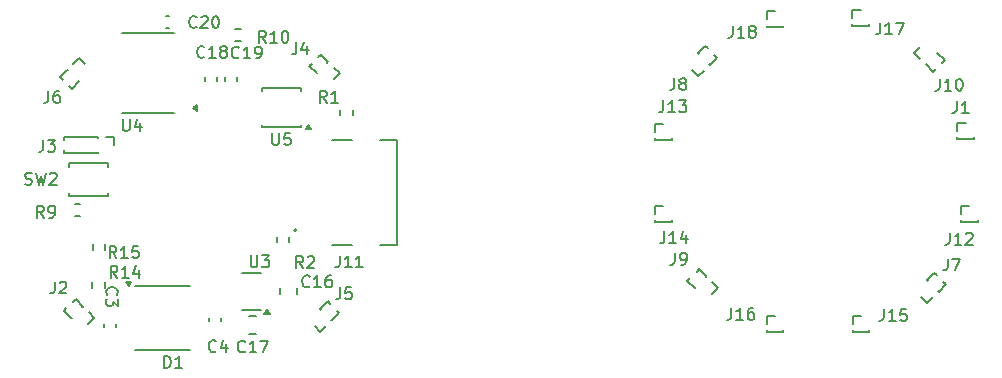
<source format=gbr>
%TF.GenerationSoftware,KiCad,Pcbnew,8.0.0*%
%TF.CreationDate,2024-05-16T16:07:08+03:00*%
%TF.ProjectId,pressure_sensor,70726573-7375-4726-955f-73656e736f72,rev?*%
%TF.SameCoordinates,Original*%
%TF.FileFunction,Legend,Top*%
%TF.FilePolarity,Positive*%
%FSLAX46Y46*%
G04 Gerber Fmt 4.6, Leading zero omitted, Abs format (unit mm)*
G04 Created by KiCad (PCBNEW 8.0.0) date 2024-05-16 16:07:08*
%MOMM*%
%LPD*%
G01*
G04 APERTURE LIST*
%ADD10C,0.200000*%
G04 APERTURE END LIST*
D10*
X233215476Y-83502219D02*
X233215476Y-84216504D01*
X233215476Y-84216504D02*
X233167857Y-84359361D01*
X233167857Y-84359361D02*
X233072619Y-84454600D01*
X233072619Y-84454600D02*
X232929762Y-84502219D01*
X232929762Y-84502219D02*
X232834524Y-84502219D01*
X234215476Y-84502219D02*
X233644048Y-84502219D01*
X233929762Y-84502219D02*
X233929762Y-83502219D01*
X233929762Y-83502219D02*
X233834524Y-83645076D01*
X233834524Y-83645076D02*
X233739286Y-83740314D01*
X233739286Y-83740314D02*
X233644048Y-83787933D01*
X234596429Y-83597457D02*
X234644048Y-83549838D01*
X234644048Y-83549838D02*
X234739286Y-83502219D01*
X234739286Y-83502219D02*
X234977381Y-83502219D01*
X234977381Y-83502219D02*
X235072619Y-83549838D01*
X235072619Y-83549838D02*
X235120238Y-83597457D01*
X235120238Y-83597457D02*
X235167857Y-83692695D01*
X235167857Y-83692695D02*
X235167857Y-83787933D01*
X235167857Y-83787933D02*
X235120238Y-83930790D01*
X235120238Y-83930790D02*
X234548810Y-84502219D01*
X234548810Y-84502219D02*
X235167857Y-84502219D01*
X232365476Y-70452219D02*
X232365476Y-71166504D01*
X232365476Y-71166504D02*
X232317857Y-71309361D01*
X232317857Y-71309361D02*
X232222619Y-71404600D01*
X232222619Y-71404600D02*
X232079762Y-71452219D01*
X232079762Y-71452219D02*
X231984524Y-71452219D01*
X233365476Y-71452219D02*
X232794048Y-71452219D01*
X233079762Y-71452219D02*
X233079762Y-70452219D01*
X233079762Y-70452219D02*
X232984524Y-70595076D01*
X232984524Y-70595076D02*
X232889286Y-70690314D01*
X232889286Y-70690314D02*
X232794048Y-70737933D01*
X233984524Y-70452219D02*
X234079762Y-70452219D01*
X234079762Y-70452219D02*
X234175000Y-70499838D01*
X234175000Y-70499838D02*
X234222619Y-70547457D01*
X234222619Y-70547457D02*
X234270238Y-70642695D01*
X234270238Y-70642695D02*
X234317857Y-70833171D01*
X234317857Y-70833171D02*
X234317857Y-71071266D01*
X234317857Y-71071266D02*
X234270238Y-71261742D01*
X234270238Y-71261742D02*
X234222619Y-71356980D01*
X234222619Y-71356980D02*
X234175000Y-71404600D01*
X234175000Y-71404600D02*
X234079762Y-71452219D01*
X234079762Y-71452219D02*
X233984524Y-71452219D01*
X233984524Y-71452219D02*
X233889286Y-71404600D01*
X233889286Y-71404600D02*
X233841667Y-71356980D01*
X233841667Y-71356980D02*
X233794048Y-71261742D01*
X233794048Y-71261742D02*
X233746429Y-71071266D01*
X233746429Y-71071266D02*
X233746429Y-70833171D01*
X233746429Y-70833171D02*
X233794048Y-70642695D01*
X233794048Y-70642695D02*
X233841667Y-70547457D01*
X233841667Y-70547457D02*
X233889286Y-70499838D01*
X233889286Y-70499838D02*
X233984524Y-70452219D01*
X166711905Y-94927219D02*
X166711905Y-93927219D01*
X166711905Y-93927219D02*
X166950000Y-93927219D01*
X166950000Y-93927219D02*
X167092857Y-93974838D01*
X167092857Y-93974838D02*
X167188095Y-94070076D01*
X167188095Y-94070076D02*
X167235714Y-94165314D01*
X167235714Y-94165314D02*
X167283333Y-94355790D01*
X167283333Y-94355790D02*
X167283333Y-94498647D01*
X167283333Y-94498647D02*
X167235714Y-94689123D01*
X167235714Y-94689123D02*
X167188095Y-94784361D01*
X167188095Y-94784361D02*
X167092857Y-94879600D01*
X167092857Y-94879600D02*
X166950000Y-94927219D01*
X166950000Y-94927219D02*
X166711905Y-94927219D01*
X168235714Y-94927219D02*
X167664286Y-94927219D01*
X167950000Y-94927219D02*
X167950000Y-93927219D01*
X167950000Y-93927219D02*
X167854762Y-94070076D01*
X167854762Y-94070076D02*
X167759524Y-94165314D01*
X167759524Y-94165314D02*
X167664286Y-94212933D01*
X173057142Y-68631980D02*
X173009523Y-68679600D01*
X173009523Y-68679600D02*
X172866666Y-68727219D01*
X172866666Y-68727219D02*
X172771428Y-68727219D01*
X172771428Y-68727219D02*
X172628571Y-68679600D01*
X172628571Y-68679600D02*
X172533333Y-68584361D01*
X172533333Y-68584361D02*
X172485714Y-68489123D01*
X172485714Y-68489123D02*
X172438095Y-68298647D01*
X172438095Y-68298647D02*
X172438095Y-68155790D01*
X172438095Y-68155790D02*
X172485714Y-67965314D01*
X172485714Y-67965314D02*
X172533333Y-67870076D01*
X172533333Y-67870076D02*
X172628571Y-67774838D01*
X172628571Y-67774838D02*
X172771428Y-67727219D01*
X172771428Y-67727219D02*
X172866666Y-67727219D01*
X172866666Y-67727219D02*
X173009523Y-67774838D01*
X173009523Y-67774838D02*
X173057142Y-67822457D01*
X174009523Y-68727219D02*
X173438095Y-68727219D01*
X173723809Y-68727219D02*
X173723809Y-67727219D01*
X173723809Y-67727219D02*
X173628571Y-67870076D01*
X173628571Y-67870076D02*
X173533333Y-67965314D01*
X173533333Y-67965314D02*
X173438095Y-68012933D01*
X174485714Y-68727219D02*
X174676190Y-68727219D01*
X174676190Y-68727219D02*
X174771428Y-68679600D01*
X174771428Y-68679600D02*
X174819047Y-68631980D01*
X174819047Y-68631980D02*
X174914285Y-68489123D01*
X174914285Y-68489123D02*
X174961904Y-68298647D01*
X174961904Y-68298647D02*
X174961904Y-67917695D01*
X174961904Y-67917695D02*
X174914285Y-67822457D01*
X174914285Y-67822457D02*
X174866666Y-67774838D01*
X174866666Y-67774838D02*
X174771428Y-67727219D01*
X174771428Y-67727219D02*
X174580952Y-67727219D01*
X174580952Y-67727219D02*
X174485714Y-67774838D01*
X174485714Y-67774838D02*
X174438095Y-67822457D01*
X174438095Y-67822457D02*
X174390476Y-67917695D01*
X174390476Y-67917695D02*
X174390476Y-68155790D01*
X174390476Y-68155790D02*
X174438095Y-68251028D01*
X174438095Y-68251028D02*
X174485714Y-68298647D01*
X174485714Y-68298647D02*
X174580952Y-68346266D01*
X174580952Y-68346266D02*
X174771428Y-68346266D01*
X174771428Y-68346266D02*
X174866666Y-68298647D01*
X174866666Y-68298647D02*
X174914285Y-68251028D01*
X174914285Y-68251028D02*
X174961904Y-68155790D01*
X157441666Y-87627219D02*
X157441666Y-88341504D01*
X157441666Y-88341504D02*
X157394047Y-88484361D01*
X157394047Y-88484361D02*
X157298809Y-88579600D01*
X157298809Y-88579600D02*
X157155952Y-88627219D01*
X157155952Y-88627219D02*
X157060714Y-88627219D01*
X157870238Y-87722457D02*
X157917857Y-87674838D01*
X157917857Y-87674838D02*
X158013095Y-87627219D01*
X158013095Y-87627219D02*
X158251190Y-87627219D01*
X158251190Y-87627219D02*
X158346428Y-87674838D01*
X158346428Y-87674838D02*
X158394047Y-87722457D01*
X158394047Y-87722457D02*
X158441666Y-87817695D01*
X158441666Y-87817695D02*
X158441666Y-87912933D01*
X158441666Y-87912933D02*
X158394047Y-88055790D01*
X158394047Y-88055790D02*
X157822619Y-88627219D01*
X157822619Y-88627219D02*
X158441666Y-88627219D01*
X163213095Y-73877219D02*
X163213095Y-74686742D01*
X163213095Y-74686742D02*
X163260714Y-74781980D01*
X163260714Y-74781980D02*
X163308333Y-74829600D01*
X163308333Y-74829600D02*
X163403571Y-74877219D01*
X163403571Y-74877219D02*
X163594047Y-74877219D01*
X163594047Y-74877219D02*
X163689285Y-74829600D01*
X163689285Y-74829600D02*
X163736904Y-74781980D01*
X163736904Y-74781980D02*
X163784523Y-74686742D01*
X163784523Y-74686742D02*
X163784523Y-73877219D01*
X164689285Y-74210552D02*
X164689285Y-74877219D01*
X164451190Y-73829600D02*
X164213095Y-74543885D01*
X164213095Y-74543885D02*
X164832142Y-74543885D01*
X173582142Y-93531980D02*
X173534523Y-93579600D01*
X173534523Y-93579600D02*
X173391666Y-93627219D01*
X173391666Y-93627219D02*
X173296428Y-93627219D01*
X173296428Y-93627219D02*
X173153571Y-93579600D01*
X173153571Y-93579600D02*
X173058333Y-93484361D01*
X173058333Y-93484361D02*
X173010714Y-93389123D01*
X173010714Y-93389123D02*
X172963095Y-93198647D01*
X172963095Y-93198647D02*
X172963095Y-93055790D01*
X172963095Y-93055790D02*
X173010714Y-92865314D01*
X173010714Y-92865314D02*
X173058333Y-92770076D01*
X173058333Y-92770076D02*
X173153571Y-92674838D01*
X173153571Y-92674838D02*
X173296428Y-92627219D01*
X173296428Y-92627219D02*
X173391666Y-92627219D01*
X173391666Y-92627219D02*
X173534523Y-92674838D01*
X173534523Y-92674838D02*
X173582142Y-92722457D01*
X174534523Y-93627219D02*
X173963095Y-93627219D01*
X174248809Y-93627219D02*
X174248809Y-92627219D01*
X174248809Y-92627219D02*
X174153571Y-92770076D01*
X174153571Y-92770076D02*
X174058333Y-92865314D01*
X174058333Y-92865314D02*
X173963095Y-92912933D01*
X174867857Y-92627219D02*
X175534523Y-92627219D01*
X175534523Y-92627219D02*
X175105952Y-93627219D01*
X174038095Y-85402219D02*
X174038095Y-86211742D01*
X174038095Y-86211742D02*
X174085714Y-86306980D01*
X174085714Y-86306980D02*
X174133333Y-86354600D01*
X174133333Y-86354600D02*
X174228571Y-86402219D01*
X174228571Y-86402219D02*
X174419047Y-86402219D01*
X174419047Y-86402219D02*
X174514285Y-86354600D01*
X174514285Y-86354600D02*
X174561904Y-86306980D01*
X174561904Y-86306980D02*
X174609523Y-86211742D01*
X174609523Y-86211742D02*
X174609523Y-85402219D01*
X174990476Y-85402219D02*
X175609523Y-85402219D01*
X175609523Y-85402219D02*
X175276190Y-85783171D01*
X175276190Y-85783171D02*
X175419047Y-85783171D01*
X175419047Y-85783171D02*
X175514285Y-85830790D01*
X175514285Y-85830790D02*
X175561904Y-85878409D01*
X175561904Y-85878409D02*
X175609523Y-85973647D01*
X175609523Y-85973647D02*
X175609523Y-86211742D01*
X175609523Y-86211742D02*
X175561904Y-86306980D01*
X175561904Y-86306980D02*
X175514285Y-86354600D01*
X175514285Y-86354600D02*
X175419047Y-86402219D01*
X175419047Y-86402219D02*
X175133333Y-86402219D01*
X175133333Y-86402219D02*
X175038095Y-86354600D01*
X175038095Y-86354600D02*
X174990476Y-86306980D01*
X177916666Y-67377218D02*
X177916666Y-68091503D01*
X177916666Y-68091503D02*
X177869047Y-68234360D01*
X177869047Y-68234360D02*
X177773809Y-68329599D01*
X177773809Y-68329599D02*
X177630952Y-68377218D01*
X177630952Y-68377218D02*
X177535714Y-68377218D01*
X178821428Y-67710551D02*
X178821428Y-68377218D01*
X178583333Y-67329599D02*
X178345238Y-68043884D01*
X178345238Y-68043884D02*
X178964285Y-68043884D01*
X209065476Y-83377219D02*
X209065476Y-84091504D01*
X209065476Y-84091504D02*
X209017857Y-84234361D01*
X209017857Y-84234361D02*
X208922619Y-84329600D01*
X208922619Y-84329600D02*
X208779762Y-84377219D01*
X208779762Y-84377219D02*
X208684524Y-84377219D01*
X210065476Y-84377219D02*
X209494048Y-84377219D01*
X209779762Y-84377219D02*
X209779762Y-83377219D01*
X209779762Y-83377219D02*
X209684524Y-83520076D01*
X209684524Y-83520076D02*
X209589286Y-83615314D01*
X209589286Y-83615314D02*
X209494048Y-83662933D01*
X210922619Y-83710552D02*
X210922619Y-84377219D01*
X210684524Y-83329600D02*
X210446429Y-84043885D01*
X210446429Y-84043885D02*
X211065476Y-84043885D01*
X233041666Y-85677219D02*
X233041666Y-86391504D01*
X233041666Y-86391504D02*
X232994047Y-86534361D01*
X232994047Y-86534361D02*
X232898809Y-86629600D01*
X232898809Y-86629600D02*
X232755952Y-86677219D01*
X232755952Y-86677219D02*
X232660714Y-86677219D01*
X233422619Y-85677219D02*
X234089285Y-85677219D01*
X234089285Y-85677219D02*
X233660714Y-86677219D01*
X171108333Y-93506980D02*
X171060714Y-93554600D01*
X171060714Y-93554600D02*
X170917857Y-93602219D01*
X170917857Y-93602219D02*
X170822619Y-93602219D01*
X170822619Y-93602219D02*
X170679762Y-93554600D01*
X170679762Y-93554600D02*
X170584524Y-93459361D01*
X170584524Y-93459361D02*
X170536905Y-93364123D01*
X170536905Y-93364123D02*
X170489286Y-93173647D01*
X170489286Y-93173647D02*
X170489286Y-93030790D01*
X170489286Y-93030790D02*
X170536905Y-92840314D01*
X170536905Y-92840314D02*
X170584524Y-92745076D01*
X170584524Y-92745076D02*
X170679762Y-92649838D01*
X170679762Y-92649838D02*
X170822619Y-92602219D01*
X170822619Y-92602219D02*
X170917857Y-92602219D01*
X170917857Y-92602219D02*
X171060714Y-92649838D01*
X171060714Y-92649838D02*
X171108333Y-92697457D01*
X171965476Y-92935552D02*
X171965476Y-93602219D01*
X171727381Y-92554600D02*
X171489286Y-93268885D01*
X171489286Y-93268885D02*
X172108333Y-93268885D01*
X156466666Y-75627219D02*
X156466666Y-76341504D01*
X156466666Y-76341504D02*
X156419047Y-76484361D01*
X156419047Y-76484361D02*
X156323809Y-76579600D01*
X156323809Y-76579600D02*
X156180952Y-76627219D01*
X156180952Y-76627219D02*
X156085714Y-76627219D01*
X156847619Y-75627219D02*
X157466666Y-75627219D01*
X157466666Y-75627219D02*
X157133333Y-76008171D01*
X157133333Y-76008171D02*
X157276190Y-76008171D01*
X157276190Y-76008171D02*
X157371428Y-76055790D01*
X157371428Y-76055790D02*
X157419047Y-76103409D01*
X157419047Y-76103409D02*
X157466666Y-76198647D01*
X157466666Y-76198647D02*
X157466666Y-76436742D01*
X157466666Y-76436742D02*
X157419047Y-76531980D01*
X157419047Y-76531980D02*
X157371428Y-76579600D01*
X157371428Y-76579600D02*
X157276190Y-76627219D01*
X157276190Y-76627219D02*
X156990476Y-76627219D01*
X156990476Y-76627219D02*
X156895238Y-76579600D01*
X156895238Y-76579600D02*
X156847619Y-76531980D01*
X179032142Y-88006980D02*
X178984523Y-88054600D01*
X178984523Y-88054600D02*
X178841666Y-88102219D01*
X178841666Y-88102219D02*
X178746428Y-88102219D01*
X178746428Y-88102219D02*
X178603571Y-88054600D01*
X178603571Y-88054600D02*
X178508333Y-87959361D01*
X178508333Y-87959361D02*
X178460714Y-87864123D01*
X178460714Y-87864123D02*
X178413095Y-87673647D01*
X178413095Y-87673647D02*
X178413095Y-87530790D01*
X178413095Y-87530790D02*
X178460714Y-87340314D01*
X178460714Y-87340314D02*
X178508333Y-87245076D01*
X178508333Y-87245076D02*
X178603571Y-87149838D01*
X178603571Y-87149838D02*
X178746428Y-87102219D01*
X178746428Y-87102219D02*
X178841666Y-87102219D01*
X178841666Y-87102219D02*
X178984523Y-87149838D01*
X178984523Y-87149838D02*
X179032142Y-87197457D01*
X179984523Y-88102219D02*
X179413095Y-88102219D01*
X179698809Y-88102219D02*
X179698809Y-87102219D01*
X179698809Y-87102219D02*
X179603571Y-87245076D01*
X179603571Y-87245076D02*
X179508333Y-87340314D01*
X179508333Y-87340314D02*
X179413095Y-87387933D01*
X180841666Y-87102219D02*
X180651190Y-87102219D01*
X180651190Y-87102219D02*
X180555952Y-87149838D01*
X180555952Y-87149838D02*
X180508333Y-87197457D01*
X180508333Y-87197457D02*
X180413095Y-87340314D01*
X180413095Y-87340314D02*
X180365476Y-87530790D01*
X180365476Y-87530790D02*
X180365476Y-87911742D01*
X180365476Y-87911742D02*
X180413095Y-88006980D01*
X180413095Y-88006980D02*
X180460714Y-88054600D01*
X180460714Y-88054600D02*
X180555952Y-88102219D01*
X180555952Y-88102219D02*
X180746428Y-88102219D01*
X180746428Y-88102219D02*
X180841666Y-88054600D01*
X180841666Y-88054600D02*
X180889285Y-88006980D01*
X180889285Y-88006980D02*
X180936904Y-87911742D01*
X180936904Y-87911742D02*
X180936904Y-87673647D01*
X180936904Y-87673647D02*
X180889285Y-87578409D01*
X180889285Y-87578409D02*
X180841666Y-87530790D01*
X180841666Y-87530790D02*
X180746428Y-87483171D01*
X180746428Y-87483171D02*
X180555952Y-87483171D01*
X180555952Y-87483171D02*
X180460714Y-87530790D01*
X180460714Y-87530790D02*
X180413095Y-87578409D01*
X180413095Y-87578409D02*
X180365476Y-87673647D01*
X233841666Y-72352219D02*
X233841666Y-73066504D01*
X233841666Y-73066504D02*
X233794047Y-73209361D01*
X233794047Y-73209361D02*
X233698809Y-73304600D01*
X233698809Y-73304600D02*
X233555952Y-73352219D01*
X233555952Y-73352219D02*
X233460714Y-73352219D01*
X234841666Y-73352219D02*
X234270238Y-73352219D01*
X234555952Y-73352219D02*
X234555952Y-72352219D01*
X234555952Y-72352219D02*
X234460714Y-72495076D01*
X234460714Y-72495076D02*
X234365476Y-72590314D01*
X234365476Y-72590314D02*
X234270238Y-72637933D01*
X214740476Y-89852219D02*
X214740476Y-90566504D01*
X214740476Y-90566504D02*
X214692857Y-90709361D01*
X214692857Y-90709361D02*
X214597619Y-90804600D01*
X214597619Y-90804600D02*
X214454762Y-90852219D01*
X214454762Y-90852219D02*
X214359524Y-90852219D01*
X215740476Y-90852219D02*
X215169048Y-90852219D01*
X215454762Y-90852219D02*
X215454762Y-89852219D01*
X215454762Y-89852219D02*
X215359524Y-89995076D01*
X215359524Y-89995076D02*
X215264286Y-90090314D01*
X215264286Y-90090314D02*
X215169048Y-90137933D01*
X216597619Y-89852219D02*
X216407143Y-89852219D01*
X216407143Y-89852219D02*
X216311905Y-89899838D01*
X216311905Y-89899838D02*
X216264286Y-89947457D01*
X216264286Y-89947457D02*
X216169048Y-90090314D01*
X216169048Y-90090314D02*
X216121429Y-90280790D01*
X216121429Y-90280790D02*
X216121429Y-90661742D01*
X216121429Y-90661742D02*
X216169048Y-90756980D01*
X216169048Y-90756980D02*
X216216667Y-90804600D01*
X216216667Y-90804600D02*
X216311905Y-90852219D01*
X216311905Y-90852219D02*
X216502381Y-90852219D01*
X216502381Y-90852219D02*
X216597619Y-90804600D01*
X216597619Y-90804600D02*
X216645238Y-90756980D01*
X216645238Y-90756980D02*
X216692857Y-90661742D01*
X216692857Y-90661742D02*
X216692857Y-90423647D01*
X216692857Y-90423647D02*
X216645238Y-90328409D01*
X216645238Y-90328409D02*
X216597619Y-90280790D01*
X216597619Y-90280790D02*
X216502381Y-90233171D01*
X216502381Y-90233171D02*
X216311905Y-90233171D01*
X216311905Y-90233171D02*
X216216667Y-90280790D01*
X216216667Y-90280790D02*
X216169048Y-90328409D01*
X216169048Y-90328409D02*
X216121429Y-90423647D01*
X214840476Y-65977219D02*
X214840476Y-66691504D01*
X214840476Y-66691504D02*
X214792857Y-66834361D01*
X214792857Y-66834361D02*
X214697619Y-66929600D01*
X214697619Y-66929600D02*
X214554762Y-66977219D01*
X214554762Y-66977219D02*
X214459524Y-66977219D01*
X215840476Y-66977219D02*
X215269048Y-66977219D01*
X215554762Y-66977219D02*
X215554762Y-65977219D01*
X215554762Y-65977219D02*
X215459524Y-66120076D01*
X215459524Y-66120076D02*
X215364286Y-66215314D01*
X215364286Y-66215314D02*
X215269048Y-66262933D01*
X216411905Y-66405790D02*
X216316667Y-66358171D01*
X216316667Y-66358171D02*
X216269048Y-66310552D01*
X216269048Y-66310552D02*
X216221429Y-66215314D01*
X216221429Y-66215314D02*
X216221429Y-66167695D01*
X216221429Y-66167695D02*
X216269048Y-66072457D01*
X216269048Y-66072457D02*
X216316667Y-66024838D01*
X216316667Y-66024838D02*
X216411905Y-65977219D01*
X216411905Y-65977219D02*
X216602381Y-65977219D01*
X216602381Y-65977219D02*
X216697619Y-66024838D01*
X216697619Y-66024838D02*
X216745238Y-66072457D01*
X216745238Y-66072457D02*
X216792857Y-66167695D01*
X216792857Y-66167695D02*
X216792857Y-66215314D01*
X216792857Y-66215314D02*
X216745238Y-66310552D01*
X216745238Y-66310552D02*
X216697619Y-66358171D01*
X216697619Y-66358171D02*
X216602381Y-66405790D01*
X216602381Y-66405790D02*
X216411905Y-66405790D01*
X216411905Y-66405790D02*
X216316667Y-66453409D01*
X216316667Y-66453409D02*
X216269048Y-66501028D01*
X216269048Y-66501028D02*
X216221429Y-66596266D01*
X216221429Y-66596266D02*
X216221429Y-66786742D01*
X216221429Y-66786742D02*
X216269048Y-66881980D01*
X216269048Y-66881980D02*
X216316667Y-66929600D01*
X216316667Y-66929600D02*
X216411905Y-66977219D01*
X216411905Y-66977219D02*
X216602381Y-66977219D01*
X216602381Y-66977219D02*
X216697619Y-66929600D01*
X216697619Y-66929600D02*
X216745238Y-66881980D01*
X216745238Y-66881980D02*
X216792857Y-66786742D01*
X216792857Y-66786742D02*
X216792857Y-66596266D01*
X216792857Y-66596266D02*
X216745238Y-66501028D01*
X216745238Y-66501028D02*
X216697619Y-66453409D01*
X216697619Y-66453409D02*
X216602381Y-66405790D01*
X162757142Y-87302219D02*
X162423809Y-86826028D01*
X162185714Y-87302219D02*
X162185714Y-86302219D01*
X162185714Y-86302219D02*
X162566666Y-86302219D01*
X162566666Y-86302219D02*
X162661904Y-86349838D01*
X162661904Y-86349838D02*
X162709523Y-86397457D01*
X162709523Y-86397457D02*
X162757142Y-86492695D01*
X162757142Y-86492695D02*
X162757142Y-86635552D01*
X162757142Y-86635552D02*
X162709523Y-86730790D01*
X162709523Y-86730790D02*
X162661904Y-86778409D01*
X162661904Y-86778409D02*
X162566666Y-86826028D01*
X162566666Y-86826028D02*
X162185714Y-86826028D01*
X163709523Y-87302219D02*
X163138095Y-87302219D01*
X163423809Y-87302219D02*
X163423809Y-86302219D01*
X163423809Y-86302219D02*
X163328571Y-86445076D01*
X163328571Y-86445076D02*
X163233333Y-86540314D01*
X163233333Y-86540314D02*
X163138095Y-86587933D01*
X164566666Y-86635552D02*
X164566666Y-87302219D01*
X164328571Y-86254600D02*
X164090476Y-86968885D01*
X164090476Y-86968885D02*
X164709523Y-86968885D01*
X156533333Y-82202219D02*
X156200000Y-81726028D01*
X155961905Y-82202219D02*
X155961905Y-81202219D01*
X155961905Y-81202219D02*
X156342857Y-81202219D01*
X156342857Y-81202219D02*
X156438095Y-81249838D01*
X156438095Y-81249838D02*
X156485714Y-81297457D01*
X156485714Y-81297457D02*
X156533333Y-81392695D01*
X156533333Y-81392695D02*
X156533333Y-81535552D01*
X156533333Y-81535552D02*
X156485714Y-81630790D01*
X156485714Y-81630790D02*
X156438095Y-81678409D01*
X156438095Y-81678409D02*
X156342857Y-81726028D01*
X156342857Y-81726028D02*
X155961905Y-81726028D01*
X157009524Y-82202219D02*
X157200000Y-82202219D01*
X157200000Y-82202219D02*
X157295238Y-82154600D01*
X157295238Y-82154600D02*
X157342857Y-82106980D01*
X157342857Y-82106980D02*
X157438095Y-81964123D01*
X157438095Y-81964123D02*
X157485714Y-81773647D01*
X157485714Y-81773647D02*
X157485714Y-81392695D01*
X157485714Y-81392695D02*
X157438095Y-81297457D01*
X157438095Y-81297457D02*
X157390476Y-81249838D01*
X157390476Y-81249838D02*
X157295238Y-81202219D01*
X157295238Y-81202219D02*
X157104762Y-81202219D01*
X157104762Y-81202219D02*
X157009524Y-81249838D01*
X157009524Y-81249838D02*
X156961905Y-81297457D01*
X156961905Y-81297457D02*
X156914286Y-81392695D01*
X156914286Y-81392695D02*
X156914286Y-81630790D01*
X156914286Y-81630790D02*
X156961905Y-81726028D01*
X156961905Y-81726028D02*
X157009524Y-81773647D01*
X157009524Y-81773647D02*
X157104762Y-81821266D01*
X157104762Y-81821266D02*
X157295238Y-81821266D01*
X157295238Y-81821266D02*
X157390476Y-81773647D01*
X157390476Y-81773647D02*
X157438095Y-81726028D01*
X157438095Y-81726028D02*
X157485714Y-81630790D01*
X208990476Y-72277219D02*
X208990476Y-72991504D01*
X208990476Y-72991504D02*
X208942857Y-73134361D01*
X208942857Y-73134361D02*
X208847619Y-73229600D01*
X208847619Y-73229600D02*
X208704762Y-73277219D01*
X208704762Y-73277219D02*
X208609524Y-73277219D01*
X209990476Y-73277219D02*
X209419048Y-73277219D01*
X209704762Y-73277219D02*
X209704762Y-72277219D01*
X209704762Y-72277219D02*
X209609524Y-72420076D01*
X209609524Y-72420076D02*
X209514286Y-72515314D01*
X209514286Y-72515314D02*
X209419048Y-72562933D01*
X210323810Y-72277219D02*
X210942857Y-72277219D01*
X210942857Y-72277219D02*
X210609524Y-72658171D01*
X210609524Y-72658171D02*
X210752381Y-72658171D01*
X210752381Y-72658171D02*
X210847619Y-72705790D01*
X210847619Y-72705790D02*
X210895238Y-72753409D01*
X210895238Y-72753409D02*
X210942857Y-72848647D01*
X210942857Y-72848647D02*
X210942857Y-73086742D01*
X210942857Y-73086742D02*
X210895238Y-73181980D01*
X210895238Y-73181980D02*
X210847619Y-73229600D01*
X210847619Y-73229600D02*
X210752381Y-73277219D01*
X210752381Y-73277219D02*
X210466667Y-73277219D01*
X210466667Y-73277219D02*
X210371429Y-73229600D01*
X210371429Y-73229600D02*
X210323810Y-73181980D01*
X209916666Y-70402219D02*
X209916666Y-71116504D01*
X209916666Y-71116504D02*
X209869047Y-71259361D01*
X209869047Y-71259361D02*
X209773809Y-71354600D01*
X209773809Y-71354600D02*
X209630952Y-71402219D01*
X209630952Y-71402219D02*
X209535714Y-71402219D01*
X210535714Y-70830790D02*
X210440476Y-70783171D01*
X210440476Y-70783171D02*
X210392857Y-70735552D01*
X210392857Y-70735552D02*
X210345238Y-70640314D01*
X210345238Y-70640314D02*
X210345238Y-70592695D01*
X210345238Y-70592695D02*
X210392857Y-70497457D01*
X210392857Y-70497457D02*
X210440476Y-70449838D01*
X210440476Y-70449838D02*
X210535714Y-70402219D01*
X210535714Y-70402219D02*
X210726190Y-70402219D01*
X210726190Y-70402219D02*
X210821428Y-70449838D01*
X210821428Y-70449838D02*
X210869047Y-70497457D01*
X210869047Y-70497457D02*
X210916666Y-70592695D01*
X210916666Y-70592695D02*
X210916666Y-70640314D01*
X210916666Y-70640314D02*
X210869047Y-70735552D01*
X210869047Y-70735552D02*
X210821428Y-70783171D01*
X210821428Y-70783171D02*
X210726190Y-70830790D01*
X210726190Y-70830790D02*
X210535714Y-70830790D01*
X210535714Y-70830790D02*
X210440476Y-70878409D01*
X210440476Y-70878409D02*
X210392857Y-70926028D01*
X210392857Y-70926028D02*
X210345238Y-71021266D01*
X210345238Y-71021266D02*
X210345238Y-71211742D01*
X210345238Y-71211742D02*
X210392857Y-71306980D01*
X210392857Y-71306980D02*
X210440476Y-71354600D01*
X210440476Y-71354600D02*
X210535714Y-71402219D01*
X210535714Y-71402219D02*
X210726190Y-71402219D01*
X210726190Y-71402219D02*
X210821428Y-71354600D01*
X210821428Y-71354600D02*
X210869047Y-71306980D01*
X210869047Y-71306980D02*
X210916666Y-71211742D01*
X210916666Y-71211742D02*
X210916666Y-71021266D01*
X210916666Y-71021266D02*
X210869047Y-70926028D01*
X210869047Y-70926028D02*
X210821428Y-70878409D01*
X210821428Y-70878409D02*
X210726190Y-70830790D01*
X161893019Y-88733333D02*
X161845400Y-88685714D01*
X161845400Y-88685714D02*
X161797780Y-88542857D01*
X161797780Y-88542857D02*
X161797780Y-88447619D01*
X161797780Y-88447619D02*
X161845400Y-88304762D01*
X161845400Y-88304762D02*
X161940638Y-88209524D01*
X161940638Y-88209524D02*
X162035876Y-88161905D01*
X162035876Y-88161905D02*
X162226352Y-88114286D01*
X162226352Y-88114286D02*
X162369209Y-88114286D01*
X162369209Y-88114286D02*
X162559685Y-88161905D01*
X162559685Y-88161905D02*
X162654923Y-88209524D01*
X162654923Y-88209524D02*
X162750161Y-88304762D01*
X162750161Y-88304762D02*
X162797780Y-88447619D01*
X162797780Y-88447619D02*
X162797780Y-88542857D01*
X162797780Y-88542857D02*
X162750161Y-88685714D01*
X162750161Y-88685714D02*
X162702542Y-88733333D01*
X162797780Y-89066667D02*
X162797780Y-89685714D01*
X162797780Y-89685714D02*
X162416828Y-89352381D01*
X162416828Y-89352381D02*
X162416828Y-89495238D01*
X162416828Y-89495238D02*
X162369209Y-89590476D01*
X162369209Y-89590476D02*
X162321590Y-89638095D01*
X162321590Y-89638095D02*
X162226352Y-89685714D01*
X162226352Y-89685714D02*
X161988257Y-89685714D01*
X161988257Y-89685714D02*
X161893019Y-89638095D01*
X161893019Y-89638095D02*
X161845400Y-89590476D01*
X161845400Y-89590476D02*
X161797780Y-89495238D01*
X161797780Y-89495238D02*
X161797780Y-89209524D01*
X161797780Y-89209524D02*
X161845400Y-89114286D01*
X161845400Y-89114286D02*
X161893019Y-89066667D01*
X227340476Y-65702219D02*
X227340476Y-66416504D01*
X227340476Y-66416504D02*
X227292857Y-66559361D01*
X227292857Y-66559361D02*
X227197619Y-66654600D01*
X227197619Y-66654600D02*
X227054762Y-66702219D01*
X227054762Y-66702219D02*
X226959524Y-66702219D01*
X228340476Y-66702219D02*
X227769048Y-66702219D01*
X228054762Y-66702219D02*
X228054762Y-65702219D01*
X228054762Y-65702219D02*
X227959524Y-65845076D01*
X227959524Y-65845076D02*
X227864286Y-65940314D01*
X227864286Y-65940314D02*
X227769048Y-65987933D01*
X228673810Y-65702219D02*
X229340476Y-65702219D01*
X229340476Y-65702219D02*
X228911905Y-66702219D01*
X180483333Y-72477219D02*
X180150000Y-72001028D01*
X179911905Y-72477219D02*
X179911905Y-71477219D01*
X179911905Y-71477219D02*
X180292857Y-71477219D01*
X180292857Y-71477219D02*
X180388095Y-71524838D01*
X180388095Y-71524838D02*
X180435714Y-71572457D01*
X180435714Y-71572457D02*
X180483333Y-71667695D01*
X180483333Y-71667695D02*
X180483333Y-71810552D01*
X180483333Y-71810552D02*
X180435714Y-71905790D01*
X180435714Y-71905790D02*
X180388095Y-71953409D01*
X180388095Y-71953409D02*
X180292857Y-72001028D01*
X180292857Y-72001028D02*
X179911905Y-72001028D01*
X181435714Y-72477219D02*
X180864286Y-72477219D01*
X181150000Y-72477219D02*
X181150000Y-71477219D01*
X181150000Y-71477219D02*
X181054762Y-71620076D01*
X181054762Y-71620076D02*
X180959524Y-71715314D01*
X180959524Y-71715314D02*
X180864286Y-71762933D01*
X175863095Y-75052219D02*
X175863095Y-75861742D01*
X175863095Y-75861742D02*
X175910714Y-75956980D01*
X175910714Y-75956980D02*
X175958333Y-76004600D01*
X175958333Y-76004600D02*
X176053571Y-76052219D01*
X176053571Y-76052219D02*
X176244047Y-76052219D01*
X176244047Y-76052219D02*
X176339285Y-76004600D01*
X176339285Y-76004600D02*
X176386904Y-75956980D01*
X176386904Y-75956980D02*
X176434523Y-75861742D01*
X176434523Y-75861742D02*
X176434523Y-75052219D01*
X177386904Y-75052219D02*
X176910714Y-75052219D01*
X176910714Y-75052219D02*
X176863095Y-75528409D01*
X176863095Y-75528409D02*
X176910714Y-75480790D01*
X176910714Y-75480790D02*
X177005952Y-75433171D01*
X177005952Y-75433171D02*
X177244047Y-75433171D01*
X177244047Y-75433171D02*
X177339285Y-75480790D01*
X177339285Y-75480790D02*
X177386904Y-75528409D01*
X177386904Y-75528409D02*
X177434523Y-75623647D01*
X177434523Y-75623647D02*
X177434523Y-75861742D01*
X177434523Y-75861742D02*
X177386904Y-75956980D01*
X177386904Y-75956980D02*
X177339285Y-76004600D01*
X177339285Y-76004600D02*
X177244047Y-76052219D01*
X177244047Y-76052219D02*
X177005952Y-76052219D01*
X177005952Y-76052219D02*
X176910714Y-76004600D01*
X176910714Y-76004600D02*
X176863095Y-75956980D01*
X154941667Y-79379600D02*
X155084524Y-79427219D01*
X155084524Y-79427219D02*
X155322619Y-79427219D01*
X155322619Y-79427219D02*
X155417857Y-79379600D01*
X155417857Y-79379600D02*
X155465476Y-79331980D01*
X155465476Y-79331980D02*
X155513095Y-79236742D01*
X155513095Y-79236742D02*
X155513095Y-79141504D01*
X155513095Y-79141504D02*
X155465476Y-79046266D01*
X155465476Y-79046266D02*
X155417857Y-78998647D01*
X155417857Y-78998647D02*
X155322619Y-78951028D01*
X155322619Y-78951028D02*
X155132143Y-78903409D01*
X155132143Y-78903409D02*
X155036905Y-78855790D01*
X155036905Y-78855790D02*
X154989286Y-78808171D01*
X154989286Y-78808171D02*
X154941667Y-78712933D01*
X154941667Y-78712933D02*
X154941667Y-78617695D01*
X154941667Y-78617695D02*
X154989286Y-78522457D01*
X154989286Y-78522457D02*
X155036905Y-78474838D01*
X155036905Y-78474838D02*
X155132143Y-78427219D01*
X155132143Y-78427219D02*
X155370238Y-78427219D01*
X155370238Y-78427219D02*
X155513095Y-78474838D01*
X155846429Y-78427219D02*
X156084524Y-79427219D01*
X156084524Y-79427219D02*
X156275000Y-78712933D01*
X156275000Y-78712933D02*
X156465476Y-79427219D01*
X156465476Y-79427219D02*
X156703572Y-78427219D01*
X157036905Y-78522457D02*
X157084524Y-78474838D01*
X157084524Y-78474838D02*
X157179762Y-78427219D01*
X157179762Y-78427219D02*
X157417857Y-78427219D01*
X157417857Y-78427219D02*
X157513095Y-78474838D01*
X157513095Y-78474838D02*
X157560714Y-78522457D01*
X157560714Y-78522457D02*
X157608333Y-78617695D01*
X157608333Y-78617695D02*
X157608333Y-78712933D01*
X157608333Y-78712933D02*
X157560714Y-78855790D01*
X157560714Y-78855790D02*
X156989286Y-79427219D01*
X156989286Y-79427219D02*
X157608333Y-79427219D01*
X227640476Y-89952219D02*
X227640476Y-90666504D01*
X227640476Y-90666504D02*
X227592857Y-90809361D01*
X227592857Y-90809361D02*
X227497619Y-90904600D01*
X227497619Y-90904600D02*
X227354762Y-90952219D01*
X227354762Y-90952219D02*
X227259524Y-90952219D01*
X228640476Y-90952219D02*
X228069048Y-90952219D01*
X228354762Y-90952219D02*
X228354762Y-89952219D01*
X228354762Y-89952219D02*
X228259524Y-90095076D01*
X228259524Y-90095076D02*
X228164286Y-90190314D01*
X228164286Y-90190314D02*
X228069048Y-90237933D01*
X229545238Y-89952219D02*
X229069048Y-89952219D01*
X229069048Y-89952219D02*
X229021429Y-90428409D01*
X229021429Y-90428409D02*
X229069048Y-90380790D01*
X229069048Y-90380790D02*
X229164286Y-90333171D01*
X229164286Y-90333171D02*
X229402381Y-90333171D01*
X229402381Y-90333171D02*
X229497619Y-90380790D01*
X229497619Y-90380790D02*
X229545238Y-90428409D01*
X229545238Y-90428409D02*
X229592857Y-90523647D01*
X229592857Y-90523647D02*
X229592857Y-90761742D01*
X229592857Y-90761742D02*
X229545238Y-90856980D01*
X229545238Y-90856980D02*
X229497619Y-90904600D01*
X229497619Y-90904600D02*
X229402381Y-90952219D01*
X229402381Y-90952219D02*
X229164286Y-90952219D01*
X229164286Y-90952219D02*
X229069048Y-90904600D01*
X229069048Y-90904600D02*
X229021429Y-90856980D01*
X162682142Y-85627219D02*
X162348809Y-85151028D01*
X162110714Y-85627219D02*
X162110714Y-84627219D01*
X162110714Y-84627219D02*
X162491666Y-84627219D01*
X162491666Y-84627219D02*
X162586904Y-84674838D01*
X162586904Y-84674838D02*
X162634523Y-84722457D01*
X162634523Y-84722457D02*
X162682142Y-84817695D01*
X162682142Y-84817695D02*
X162682142Y-84960552D01*
X162682142Y-84960552D02*
X162634523Y-85055790D01*
X162634523Y-85055790D02*
X162586904Y-85103409D01*
X162586904Y-85103409D02*
X162491666Y-85151028D01*
X162491666Y-85151028D02*
X162110714Y-85151028D01*
X163634523Y-85627219D02*
X163063095Y-85627219D01*
X163348809Y-85627219D02*
X163348809Y-84627219D01*
X163348809Y-84627219D02*
X163253571Y-84770076D01*
X163253571Y-84770076D02*
X163158333Y-84865314D01*
X163158333Y-84865314D02*
X163063095Y-84912933D01*
X164539285Y-84627219D02*
X164063095Y-84627219D01*
X164063095Y-84627219D02*
X164015476Y-85103409D01*
X164015476Y-85103409D02*
X164063095Y-85055790D01*
X164063095Y-85055790D02*
X164158333Y-85008171D01*
X164158333Y-85008171D02*
X164396428Y-85008171D01*
X164396428Y-85008171D02*
X164491666Y-85055790D01*
X164491666Y-85055790D02*
X164539285Y-85103409D01*
X164539285Y-85103409D02*
X164586904Y-85198647D01*
X164586904Y-85198647D02*
X164586904Y-85436742D01*
X164586904Y-85436742D02*
X164539285Y-85531980D01*
X164539285Y-85531980D02*
X164491666Y-85579600D01*
X164491666Y-85579600D02*
X164396428Y-85627219D01*
X164396428Y-85627219D02*
X164158333Y-85627219D01*
X164158333Y-85627219D02*
X164063095Y-85579600D01*
X164063095Y-85579600D02*
X164015476Y-85531980D01*
X169457142Y-66056980D02*
X169409523Y-66104600D01*
X169409523Y-66104600D02*
X169266666Y-66152219D01*
X169266666Y-66152219D02*
X169171428Y-66152219D01*
X169171428Y-66152219D02*
X169028571Y-66104600D01*
X169028571Y-66104600D02*
X168933333Y-66009361D01*
X168933333Y-66009361D02*
X168885714Y-65914123D01*
X168885714Y-65914123D02*
X168838095Y-65723647D01*
X168838095Y-65723647D02*
X168838095Y-65580790D01*
X168838095Y-65580790D02*
X168885714Y-65390314D01*
X168885714Y-65390314D02*
X168933333Y-65295076D01*
X168933333Y-65295076D02*
X169028571Y-65199838D01*
X169028571Y-65199838D02*
X169171428Y-65152219D01*
X169171428Y-65152219D02*
X169266666Y-65152219D01*
X169266666Y-65152219D02*
X169409523Y-65199838D01*
X169409523Y-65199838D02*
X169457142Y-65247457D01*
X169838095Y-65247457D02*
X169885714Y-65199838D01*
X169885714Y-65199838D02*
X169980952Y-65152219D01*
X169980952Y-65152219D02*
X170219047Y-65152219D01*
X170219047Y-65152219D02*
X170314285Y-65199838D01*
X170314285Y-65199838D02*
X170361904Y-65247457D01*
X170361904Y-65247457D02*
X170409523Y-65342695D01*
X170409523Y-65342695D02*
X170409523Y-65437933D01*
X170409523Y-65437933D02*
X170361904Y-65580790D01*
X170361904Y-65580790D02*
X169790476Y-66152219D01*
X169790476Y-66152219D02*
X170409523Y-66152219D01*
X171028571Y-65152219D02*
X171123809Y-65152219D01*
X171123809Y-65152219D02*
X171219047Y-65199838D01*
X171219047Y-65199838D02*
X171266666Y-65247457D01*
X171266666Y-65247457D02*
X171314285Y-65342695D01*
X171314285Y-65342695D02*
X171361904Y-65533171D01*
X171361904Y-65533171D02*
X171361904Y-65771266D01*
X171361904Y-65771266D02*
X171314285Y-65961742D01*
X171314285Y-65961742D02*
X171266666Y-66056980D01*
X171266666Y-66056980D02*
X171219047Y-66104600D01*
X171219047Y-66104600D02*
X171123809Y-66152219D01*
X171123809Y-66152219D02*
X171028571Y-66152219D01*
X171028571Y-66152219D02*
X170933333Y-66104600D01*
X170933333Y-66104600D02*
X170885714Y-66056980D01*
X170885714Y-66056980D02*
X170838095Y-65961742D01*
X170838095Y-65961742D02*
X170790476Y-65771266D01*
X170790476Y-65771266D02*
X170790476Y-65533171D01*
X170790476Y-65533171D02*
X170838095Y-65342695D01*
X170838095Y-65342695D02*
X170885714Y-65247457D01*
X170885714Y-65247457D02*
X170933333Y-65199838D01*
X170933333Y-65199838D02*
X171028571Y-65152219D01*
X209966666Y-85202219D02*
X209966666Y-85916504D01*
X209966666Y-85916504D02*
X209919047Y-86059361D01*
X209919047Y-86059361D02*
X209823809Y-86154600D01*
X209823809Y-86154600D02*
X209680952Y-86202219D01*
X209680952Y-86202219D02*
X209585714Y-86202219D01*
X210490476Y-86202219D02*
X210680952Y-86202219D01*
X210680952Y-86202219D02*
X210776190Y-86154600D01*
X210776190Y-86154600D02*
X210823809Y-86106980D01*
X210823809Y-86106980D02*
X210919047Y-85964123D01*
X210919047Y-85964123D02*
X210966666Y-85773647D01*
X210966666Y-85773647D02*
X210966666Y-85392695D01*
X210966666Y-85392695D02*
X210919047Y-85297457D01*
X210919047Y-85297457D02*
X210871428Y-85249838D01*
X210871428Y-85249838D02*
X210776190Y-85202219D01*
X210776190Y-85202219D02*
X210585714Y-85202219D01*
X210585714Y-85202219D02*
X210490476Y-85249838D01*
X210490476Y-85249838D02*
X210442857Y-85297457D01*
X210442857Y-85297457D02*
X210395238Y-85392695D01*
X210395238Y-85392695D02*
X210395238Y-85630790D01*
X210395238Y-85630790D02*
X210442857Y-85726028D01*
X210442857Y-85726028D02*
X210490476Y-85773647D01*
X210490476Y-85773647D02*
X210585714Y-85821266D01*
X210585714Y-85821266D02*
X210776190Y-85821266D01*
X210776190Y-85821266D02*
X210871428Y-85773647D01*
X210871428Y-85773647D02*
X210919047Y-85726028D01*
X210919047Y-85726028D02*
X210966666Y-85630790D01*
X156916666Y-71477219D02*
X156916666Y-72191504D01*
X156916666Y-72191504D02*
X156869047Y-72334361D01*
X156869047Y-72334361D02*
X156773809Y-72429600D01*
X156773809Y-72429600D02*
X156630952Y-72477219D01*
X156630952Y-72477219D02*
X156535714Y-72477219D01*
X157821428Y-71477219D02*
X157630952Y-71477219D01*
X157630952Y-71477219D02*
X157535714Y-71524838D01*
X157535714Y-71524838D02*
X157488095Y-71572457D01*
X157488095Y-71572457D02*
X157392857Y-71715314D01*
X157392857Y-71715314D02*
X157345238Y-71905790D01*
X157345238Y-71905790D02*
X157345238Y-72286742D01*
X157345238Y-72286742D02*
X157392857Y-72381980D01*
X157392857Y-72381980D02*
X157440476Y-72429600D01*
X157440476Y-72429600D02*
X157535714Y-72477219D01*
X157535714Y-72477219D02*
X157726190Y-72477219D01*
X157726190Y-72477219D02*
X157821428Y-72429600D01*
X157821428Y-72429600D02*
X157869047Y-72381980D01*
X157869047Y-72381980D02*
X157916666Y-72286742D01*
X157916666Y-72286742D02*
X157916666Y-72048647D01*
X157916666Y-72048647D02*
X157869047Y-71953409D01*
X157869047Y-71953409D02*
X157821428Y-71905790D01*
X157821428Y-71905790D02*
X157726190Y-71858171D01*
X157726190Y-71858171D02*
X157535714Y-71858171D01*
X157535714Y-71858171D02*
X157440476Y-71905790D01*
X157440476Y-71905790D02*
X157392857Y-71953409D01*
X157392857Y-71953409D02*
X157345238Y-72048647D01*
X170132142Y-68581980D02*
X170084523Y-68629600D01*
X170084523Y-68629600D02*
X169941666Y-68677219D01*
X169941666Y-68677219D02*
X169846428Y-68677219D01*
X169846428Y-68677219D02*
X169703571Y-68629600D01*
X169703571Y-68629600D02*
X169608333Y-68534361D01*
X169608333Y-68534361D02*
X169560714Y-68439123D01*
X169560714Y-68439123D02*
X169513095Y-68248647D01*
X169513095Y-68248647D02*
X169513095Y-68105790D01*
X169513095Y-68105790D02*
X169560714Y-67915314D01*
X169560714Y-67915314D02*
X169608333Y-67820076D01*
X169608333Y-67820076D02*
X169703571Y-67724838D01*
X169703571Y-67724838D02*
X169846428Y-67677219D01*
X169846428Y-67677219D02*
X169941666Y-67677219D01*
X169941666Y-67677219D02*
X170084523Y-67724838D01*
X170084523Y-67724838D02*
X170132142Y-67772457D01*
X171084523Y-68677219D02*
X170513095Y-68677219D01*
X170798809Y-68677219D02*
X170798809Y-67677219D01*
X170798809Y-67677219D02*
X170703571Y-67820076D01*
X170703571Y-67820076D02*
X170608333Y-67915314D01*
X170608333Y-67915314D02*
X170513095Y-67962933D01*
X171655952Y-68105790D02*
X171560714Y-68058171D01*
X171560714Y-68058171D02*
X171513095Y-68010552D01*
X171513095Y-68010552D02*
X171465476Y-67915314D01*
X171465476Y-67915314D02*
X171465476Y-67867695D01*
X171465476Y-67867695D02*
X171513095Y-67772457D01*
X171513095Y-67772457D02*
X171560714Y-67724838D01*
X171560714Y-67724838D02*
X171655952Y-67677219D01*
X171655952Y-67677219D02*
X171846428Y-67677219D01*
X171846428Y-67677219D02*
X171941666Y-67724838D01*
X171941666Y-67724838D02*
X171989285Y-67772457D01*
X171989285Y-67772457D02*
X172036904Y-67867695D01*
X172036904Y-67867695D02*
X172036904Y-67915314D01*
X172036904Y-67915314D02*
X171989285Y-68010552D01*
X171989285Y-68010552D02*
X171941666Y-68058171D01*
X171941666Y-68058171D02*
X171846428Y-68105790D01*
X171846428Y-68105790D02*
X171655952Y-68105790D01*
X171655952Y-68105790D02*
X171560714Y-68153409D01*
X171560714Y-68153409D02*
X171513095Y-68201028D01*
X171513095Y-68201028D02*
X171465476Y-68296266D01*
X171465476Y-68296266D02*
X171465476Y-68486742D01*
X171465476Y-68486742D02*
X171513095Y-68581980D01*
X171513095Y-68581980D02*
X171560714Y-68629600D01*
X171560714Y-68629600D02*
X171655952Y-68677219D01*
X171655952Y-68677219D02*
X171846428Y-68677219D01*
X171846428Y-68677219D02*
X171941666Y-68629600D01*
X171941666Y-68629600D02*
X171989285Y-68581980D01*
X171989285Y-68581980D02*
X172036904Y-68486742D01*
X172036904Y-68486742D02*
X172036904Y-68296266D01*
X172036904Y-68296266D02*
X171989285Y-68201028D01*
X171989285Y-68201028D02*
X171941666Y-68153409D01*
X171941666Y-68153409D02*
X171846428Y-68105790D01*
X181616666Y-88127219D02*
X181616666Y-88841504D01*
X181616666Y-88841504D02*
X181569047Y-88984361D01*
X181569047Y-88984361D02*
X181473809Y-89079600D01*
X181473809Y-89079600D02*
X181330952Y-89127219D01*
X181330952Y-89127219D02*
X181235714Y-89127219D01*
X182569047Y-88127219D02*
X182092857Y-88127219D01*
X182092857Y-88127219D02*
X182045238Y-88603409D01*
X182045238Y-88603409D02*
X182092857Y-88555790D01*
X182092857Y-88555790D02*
X182188095Y-88508171D01*
X182188095Y-88508171D02*
X182426190Y-88508171D01*
X182426190Y-88508171D02*
X182521428Y-88555790D01*
X182521428Y-88555790D02*
X182569047Y-88603409D01*
X182569047Y-88603409D02*
X182616666Y-88698647D01*
X182616666Y-88698647D02*
X182616666Y-88936742D01*
X182616666Y-88936742D02*
X182569047Y-89031980D01*
X182569047Y-89031980D02*
X182521428Y-89079600D01*
X182521428Y-89079600D02*
X182426190Y-89127219D01*
X182426190Y-89127219D02*
X182188095Y-89127219D01*
X182188095Y-89127219D02*
X182092857Y-89079600D01*
X182092857Y-89079600D02*
X182045238Y-89031980D01*
X181590476Y-85427219D02*
X181590476Y-86141504D01*
X181590476Y-86141504D02*
X181542857Y-86284361D01*
X181542857Y-86284361D02*
X181447619Y-86379600D01*
X181447619Y-86379600D02*
X181304762Y-86427219D01*
X181304762Y-86427219D02*
X181209524Y-86427219D01*
X182590476Y-86427219D02*
X182019048Y-86427219D01*
X182304762Y-86427219D02*
X182304762Y-85427219D01*
X182304762Y-85427219D02*
X182209524Y-85570076D01*
X182209524Y-85570076D02*
X182114286Y-85665314D01*
X182114286Y-85665314D02*
X182019048Y-85712933D01*
X183542857Y-86427219D02*
X182971429Y-86427219D01*
X183257143Y-86427219D02*
X183257143Y-85427219D01*
X183257143Y-85427219D02*
X183161905Y-85570076D01*
X183161905Y-85570076D02*
X183066667Y-85665314D01*
X183066667Y-85665314D02*
X182971429Y-85712933D01*
X178483333Y-86477219D02*
X178150000Y-86001028D01*
X177911905Y-86477219D02*
X177911905Y-85477219D01*
X177911905Y-85477219D02*
X178292857Y-85477219D01*
X178292857Y-85477219D02*
X178388095Y-85524838D01*
X178388095Y-85524838D02*
X178435714Y-85572457D01*
X178435714Y-85572457D02*
X178483333Y-85667695D01*
X178483333Y-85667695D02*
X178483333Y-85810552D01*
X178483333Y-85810552D02*
X178435714Y-85905790D01*
X178435714Y-85905790D02*
X178388095Y-85953409D01*
X178388095Y-85953409D02*
X178292857Y-86001028D01*
X178292857Y-86001028D02*
X177911905Y-86001028D01*
X178864286Y-85572457D02*
X178911905Y-85524838D01*
X178911905Y-85524838D02*
X179007143Y-85477219D01*
X179007143Y-85477219D02*
X179245238Y-85477219D01*
X179245238Y-85477219D02*
X179340476Y-85524838D01*
X179340476Y-85524838D02*
X179388095Y-85572457D01*
X179388095Y-85572457D02*
X179435714Y-85667695D01*
X179435714Y-85667695D02*
X179435714Y-85762933D01*
X179435714Y-85762933D02*
X179388095Y-85905790D01*
X179388095Y-85905790D02*
X178816667Y-86477219D01*
X178816667Y-86477219D02*
X179435714Y-86477219D01*
X175332142Y-67402219D02*
X174998809Y-66926028D01*
X174760714Y-67402219D02*
X174760714Y-66402219D01*
X174760714Y-66402219D02*
X175141666Y-66402219D01*
X175141666Y-66402219D02*
X175236904Y-66449838D01*
X175236904Y-66449838D02*
X175284523Y-66497457D01*
X175284523Y-66497457D02*
X175332142Y-66592695D01*
X175332142Y-66592695D02*
X175332142Y-66735552D01*
X175332142Y-66735552D02*
X175284523Y-66830790D01*
X175284523Y-66830790D02*
X175236904Y-66878409D01*
X175236904Y-66878409D02*
X175141666Y-66926028D01*
X175141666Y-66926028D02*
X174760714Y-66926028D01*
X176284523Y-67402219D02*
X175713095Y-67402219D01*
X175998809Y-67402219D02*
X175998809Y-66402219D01*
X175998809Y-66402219D02*
X175903571Y-66545076D01*
X175903571Y-66545076D02*
X175808333Y-66640314D01*
X175808333Y-66640314D02*
X175713095Y-66687933D01*
X176903571Y-66402219D02*
X176998809Y-66402219D01*
X176998809Y-66402219D02*
X177094047Y-66449838D01*
X177094047Y-66449838D02*
X177141666Y-66497457D01*
X177141666Y-66497457D02*
X177189285Y-66592695D01*
X177189285Y-66592695D02*
X177236904Y-66783171D01*
X177236904Y-66783171D02*
X177236904Y-67021266D01*
X177236904Y-67021266D02*
X177189285Y-67211742D01*
X177189285Y-67211742D02*
X177141666Y-67306980D01*
X177141666Y-67306980D02*
X177094047Y-67354600D01*
X177094047Y-67354600D02*
X176998809Y-67402219D01*
X176998809Y-67402219D02*
X176903571Y-67402219D01*
X176903571Y-67402219D02*
X176808333Y-67354600D01*
X176808333Y-67354600D02*
X176760714Y-67306980D01*
X176760714Y-67306980D02*
X176713095Y-67211742D01*
X176713095Y-67211742D02*
X176665476Y-67021266D01*
X176665476Y-67021266D02*
X176665476Y-66783171D01*
X176665476Y-66783171D02*
X176713095Y-66592695D01*
X176713095Y-66592695D02*
X176760714Y-66497457D01*
X176760714Y-66497457D02*
X176808333Y-66449838D01*
X176808333Y-66449838D02*
X176903571Y-66402219D01*
%TO.C,J12*%
X234197136Y-81207136D02*
X234892136Y-81207136D01*
X234197136Y-81892136D02*
X234197136Y-81207136D01*
X234197136Y-82577136D02*
X234197136Y-82452136D01*
X234197136Y-82577136D02*
X234283860Y-82577136D01*
X234197136Y-82577136D02*
X235587136Y-82577136D01*
X235500412Y-82577136D02*
X235587136Y-82577136D01*
X235587136Y-82577136D02*
X235587136Y-82452136D01*
%TO.C,J10*%
X230234222Y-68267099D02*
X230725661Y-67775661D01*
X230718590Y-68751468D02*
X230234222Y-68267099D01*
X231202956Y-69235834D02*
X231264280Y-69174516D01*
X231202956Y-69235834D02*
X231821675Y-69854555D01*
X231821675Y-69854555D02*
X232034167Y-69642064D01*
X232124517Y-68314282D02*
X232185836Y-68252959D01*
X232185836Y-68252959D02*
X232804554Y-68871677D01*
X232592063Y-69084164D02*
X232804554Y-68871677D01*
%TO.C,D1*%
X164275002Y-88000002D02*
X168925000Y-88000004D01*
X164275004Y-93450000D02*
X168925002Y-93450002D01*
X163940002Y-87645003D02*
X163700002Y-87975002D01*
X163460002Y-87645002D01*
X163940002Y-87645003D01*
G36*
X163940002Y-87645003D02*
G01*
X163700002Y-87975002D01*
X163460002Y-87645002D01*
X163940002Y-87645003D01*
G37*
%TO.C,C19*%
X171840001Y-70615580D02*
X171840000Y-70334418D01*
X172860000Y-70615580D02*
X172859999Y-70334418D01*
%TO.C,J2*%
X158442966Y-89900864D02*
X158230475Y-90113352D01*
X158849193Y-90732070D02*
X158230475Y-90113352D01*
X158910513Y-90670749D02*
X158849193Y-90732070D01*
X159213354Y-89130474D02*
X159000862Y-89342965D01*
X159832073Y-89749195D02*
X159213354Y-89130474D01*
X159832073Y-89749195D02*
X159770747Y-89810512D01*
X160316439Y-90233561D02*
X160800807Y-90717930D01*
X160800807Y-90717930D02*
X160309368Y-91209368D01*
%TO.C,U4*%
X165337499Y-73384998D02*
X163137499Y-73384997D01*
X165337499Y-73384998D02*
X167537502Y-73385001D01*
X165337501Y-66615002D02*
X163137498Y-66614999D01*
X165337501Y-66615002D02*
X167537501Y-66615003D01*
X169527500Y-73165000D02*
X169197498Y-72925003D01*
X169527500Y-72685001D01*
X169527500Y-73165000D01*
G36*
X169527500Y-73165000D02*
G01*
X169197498Y-72925003D01*
X169527500Y-72685001D01*
X169527500Y-73165000D01*
G37*
%TO.C,C17*%
X173938747Y-90565006D02*
X174461255Y-90565006D01*
X173938747Y-92034998D02*
X174461255Y-92034998D01*
%TO.C,U3*%
X174112498Y-86940003D02*
X173312498Y-86940003D01*
X174112498Y-86940003D02*
X174912498Y-86940003D01*
X174112498Y-90060003D02*
X173312498Y-90060003D01*
X174112498Y-90060003D02*
X174912498Y-90060003D01*
X175652498Y-90340003D02*
X175172497Y-90340005D01*
X175412499Y-90010000D01*
X175652498Y-90340003D01*
G36*
X175652498Y-90340003D02*
G01*
X175172497Y-90340005D01*
X175412499Y-90010000D01*
X175652498Y-90340003D01*
G37*
%TO.C,J4*%
X179217966Y-69175865D02*
X179005475Y-69388352D01*
X179624193Y-70007070D02*
X179005475Y-69388352D01*
X179685514Y-69945748D02*
X179624193Y-70007070D01*
X179988354Y-68405474D02*
X179775862Y-68617965D01*
X180607073Y-69024195D02*
X179988354Y-68405474D01*
X180607073Y-69024195D02*
X180545748Y-69085514D01*
X181091439Y-69508561D02*
X181575807Y-69992930D01*
X181575807Y-69992930D02*
X181084368Y-70484368D01*
%TO.C,J14*%
X208297136Y-81207136D02*
X208992136Y-81207136D01*
X208297136Y-81892136D02*
X208297136Y-81207136D01*
X208297136Y-82577136D02*
X208297136Y-82452136D01*
X208297136Y-82577136D02*
X208383860Y-82577136D01*
X208297136Y-82577136D02*
X209687136Y-82577136D01*
X209600412Y-82577136D02*
X209687136Y-82577136D01*
X209687136Y-82577136D02*
X209687136Y-82452136D01*
%TO.C,J7*%
X231310066Y-87491329D02*
X231928784Y-86872611D01*
X231324206Y-89442943D02*
X230832768Y-88951504D01*
X231371387Y-87552650D02*
X231310066Y-87491329D01*
X231808575Y-88958575D02*
X231324206Y-89442943D01*
X232141272Y-87085102D02*
X231928784Y-86872611D01*
X232292942Y-88474208D02*
X232231622Y-88412883D01*
X232292942Y-88474208D02*
X232911662Y-87855490D01*
X232911662Y-87855490D02*
X232699171Y-87642998D01*
%TO.C,C4*%
X170540001Y-90694295D02*
X170540002Y-90975457D01*
X171560000Y-90694295D02*
X171560001Y-90975457D01*
%TO.C,J3*%
X158240000Y-76469492D02*
X158240001Y-76769999D01*
X158240002Y-75379999D02*
X158240001Y-75680507D01*
X161114999Y-76683279D02*
X161115001Y-76769999D01*
X161115001Y-76769999D02*
X158240001Y-76769999D01*
X161115004Y-75380000D02*
X158240002Y-75379999D01*
X161115004Y-75380000D02*
X161115000Y-75466722D01*
X161800001Y-75380000D02*
X162485001Y-75380001D01*
X162485001Y-75380001D02*
X162485001Y-76075000D01*
%TO.C,C16*%
X176515004Y-88188747D02*
X176515001Y-88711254D01*
X177984999Y-88188748D02*
X177984996Y-88711255D01*
%TO.C,J1*%
X233872136Y-74182136D02*
X234567136Y-74182136D01*
X233872136Y-74867136D02*
X233872136Y-74182136D01*
X233872136Y-75552136D02*
X233872136Y-75427136D01*
X233872136Y-75552136D02*
X233958860Y-75552136D01*
X233872136Y-75552136D02*
X235262136Y-75552136D01*
X235175412Y-75552136D02*
X235262136Y-75552136D01*
X235262136Y-75552136D02*
X235262136Y-75427136D01*
%TO.C,J16*%
X217722136Y-90507136D02*
X218417136Y-90507136D01*
X217722136Y-91192136D02*
X217722136Y-90507136D01*
X217722136Y-91877136D02*
X217722136Y-91752136D01*
X217722136Y-91877136D02*
X217808860Y-91877136D01*
X217722136Y-91877136D02*
X219112136Y-91877136D01*
X219025412Y-91877136D02*
X219112136Y-91877136D01*
X219112136Y-91877136D02*
X219112136Y-91752136D01*
%TO.C,J18*%
X217722136Y-64707136D02*
X218417136Y-64707136D01*
X217722136Y-65392136D02*
X217722136Y-64707136D01*
X217722136Y-66077136D02*
X217722136Y-65952136D01*
X217722136Y-66077136D02*
X217808860Y-66077136D01*
X217722136Y-66077136D02*
X219112136Y-66077136D01*
X219025412Y-66077136D02*
X219112136Y-66077136D01*
X219112136Y-66077136D02*
X219112136Y-65952136D01*
%TO.C,R14*%
X160627501Y-87662742D02*
X160627500Y-88137258D01*
X161672500Y-87662742D02*
X161672499Y-88137258D01*
%TO.C,R9*%
X159137742Y-81052500D02*
X159612258Y-81052500D01*
X159137742Y-82097500D02*
X159612258Y-82097500D01*
%TO.C,J13*%
X208297136Y-74257136D02*
X208992136Y-74257136D01*
X208297136Y-74942136D02*
X208297136Y-74257136D01*
X208297136Y-75627136D02*
X208297136Y-75502136D01*
X208297136Y-75627136D02*
X208383860Y-75627136D01*
X208297136Y-75627136D02*
X209687136Y-75627136D01*
X209600412Y-75627136D02*
X209687136Y-75627136D01*
X209687136Y-75627136D02*
X209687136Y-75502136D01*
%TO.C,J8*%
X211910066Y-68291329D02*
X212528784Y-67672611D01*
X211924206Y-70242943D02*
X211432768Y-69751504D01*
X211971389Y-68352649D02*
X211910066Y-68291329D01*
X212408575Y-69758575D02*
X211924206Y-70242943D01*
X212741271Y-67885102D02*
X212528784Y-67672611D01*
X212892941Y-69274209D02*
X212831622Y-69212885D01*
X212892941Y-69274209D02*
X213511662Y-68655490D01*
X213511662Y-68655490D02*
X213299171Y-68442998D01*
%TO.C,C3*%
X161590001Y-91465580D02*
X161590000Y-91184418D01*
X162610000Y-91465580D02*
X162609999Y-91184418D01*
%TO.C,J17*%
X224997136Y-64607136D02*
X225692136Y-64607136D01*
X224997136Y-65292136D02*
X224997136Y-64607136D01*
X224997136Y-65977136D02*
X224997136Y-65852136D01*
X224997136Y-65977136D02*
X225083860Y-65977136D01*
X224997136Y-65977136D02*
X226387136Y-65977136D01*
X226300412Y-65977136D02*
X226387136Y-65977136D01*
X226387136Y-65977136D02*
X226387136Y-65852136D01*
%TO.C,R1*%
X181627500Y-73562258D02*
X181627500Y-73087742D01*
X182672500Y-73562258D02*
X182672500Y-73087742D01*
%TO.C,U5*%
X174975000Y-71225000D02*
X174975003Y-71450000D01*
X174975000Y-74575000D02*
X174975003Y-74349998D01*
X178324997Y-71450002D02*
X178325000Y-71225000D01*
X178325000Y-71225000D02*
X174975000Y-71225000D01*
X178325000Y-74575000D02*
X174975000Y-74575000D01*
X178325000Y-74575000D02*
X178324997Y-74350000D01*
X179177499Y-74679999D02*
X178697500Y-74680000D01*
X178937500Y-74350000D01*
X179177499Y-74679999D01*
G36*
X179177499Y-74679999D02*
G01*
X178697500Y-74680000D01*
X178937500Y-74350000D01*
X179177499Y-74679999D01*
G37*
%TO.C,SW2*%
X158674999Y-80399999D02*
X161974998Y-80400001D01*
X158675000Y-77900000D02*
X158675002Y-77599999D01*
X158675000Y-80100000D02*
X158674999Y-80399999D01*
X158675002Y-77599999D02*
X161975001Y-77600001D01*
X161974998Y-80400001D02*
X161975000Y-80100000D01*
X161975001Y-77600001D02*
X161975000Y-77900000D01*
%TO.C,J15*%
X225022136Y-90507136D02*
X225717136Y-90507136D01*
X225022136Y-91192136D02*
X225022136Y-90507136D01*
X225022136Y-91877136D02*
X225022136Y-91752136D01*
X225022136Y-91877136D02*
X225108860Y-91877136D01*
X225022136Y-91877136D02*
X226412136Y-91877136D01*
X226325412Y-91877136D02*
X226412136Y-91877136D01*
X226412136Y-91877136D02*
X226412136Y-91752136D01*
%TO.C,R15*%
X160652500Y-84962258D02*
X160652501Y-84487742D01*
X161697499Y-84962258D02*
X161697500Y-84487742D01*
%TO.C,C20*%
X167140582Y-65140000D02*
X166859420Y-65140000D01*
X167140582Y-66160000D02*
X166859420Y-66160000D01*
%TO.C,J9*%
X211235102Y-87343001D02*
X211022611Y-87555488D01*
X211641329Y-88174206D02*
X211022611Y-87555488D01*
X211702650Y-88112884D02*
X211641329Y-88174206D01*
X212005490Y-86572610D02*
X211792998Y-86785101D01*
X212624209Y-87191331D02*
X212005490Y-86572610D01*
X212624209Y-87191331D02*
X212562884Y-87252650D01*
X213108575Y-87675697D02*
X213592943Y-88160066D01*
X213592943Y-88160066D02*
X213101504Y-88651504D01*
%TO.C,J6*%
X157909028Y-70308091D02*
X158121519Y-70520583D01*
X158527749Y-69689372D02*
X157909028Y-70308091D01*
X158527749Y-69689372D02*
X158589066Y-69750697D01*
X158679419Y-71078479D02*
X158891906Y-71290970D01*
X159012115Y-69205006D02*
X159496484Y-68720638D01*
X159449302Y-70610933D02*
X159510624Y-70672252D01*
X159496484Y-68720638D02*
X159987922Y-69212077D01*
X159510624Y-70672252D02*
X158891906Y-71290970D01*
%TO.C,C18*%
X170190001Y-70615580D02*
X170190000Y-70334418D01*
X171210000Y-70615580D02*
X171209999Y-70334418D01*
%TO.C,J5*%
X179935823Y-89931300D02*
X180554541Y-89312582D01*
X179949963Y-91882914D02*
X179458525Y-91391475D01*
X179997146Y-89992620D02*
X179935823Y-89931300D01*
X180434332Y-91398546D02*
X179949963Y-91882914D01*
X180767028Y-89525073D02*
X180554541Y-89312582D01*
X180918698Y-90914180D02*
X180857379Y-90852856D01*
X180918698Y-90914180D02*
X181537419Y-90295461D01*
X181537419Y-90295461D02*
X181324928Y-90082969D01*
%TO.C,J11*%
X180950000Y-75605000D02*
X182630002Y-75605002D01*
X180950001Y-84545001D02*
X182629999Y-84545000D01*
X186400001Y-75605000D02*
X184970003Y-75605000D01*
X186400001Y-84545000D02*
X184970000Y-84544998D01*
X186400001Y-84545000D02*
X186400001Y-75605000D01*
X177900002Y-83275000D02*
G75*
G02*
X177700000Y-83275000I-100001J0D01*
G01*
X177700000Y-83275000D02*
G75*
G02*
X177900002Y-83275000I100001J0D01*
G01*
%TO.C,R2*%
X176277500Y-83837742D02*
X176277500Y-84312258D01*
X177322500Y-83837742D02*
X177322500Y-84312258D01*
%TO.C,R10*%
X172737742Y-66227500D02*
X173212258Y-66227501D01*
X172737742Y-67272499D02*
X173212258Y-67272500D01*
%TD*%
M02*

</source>
